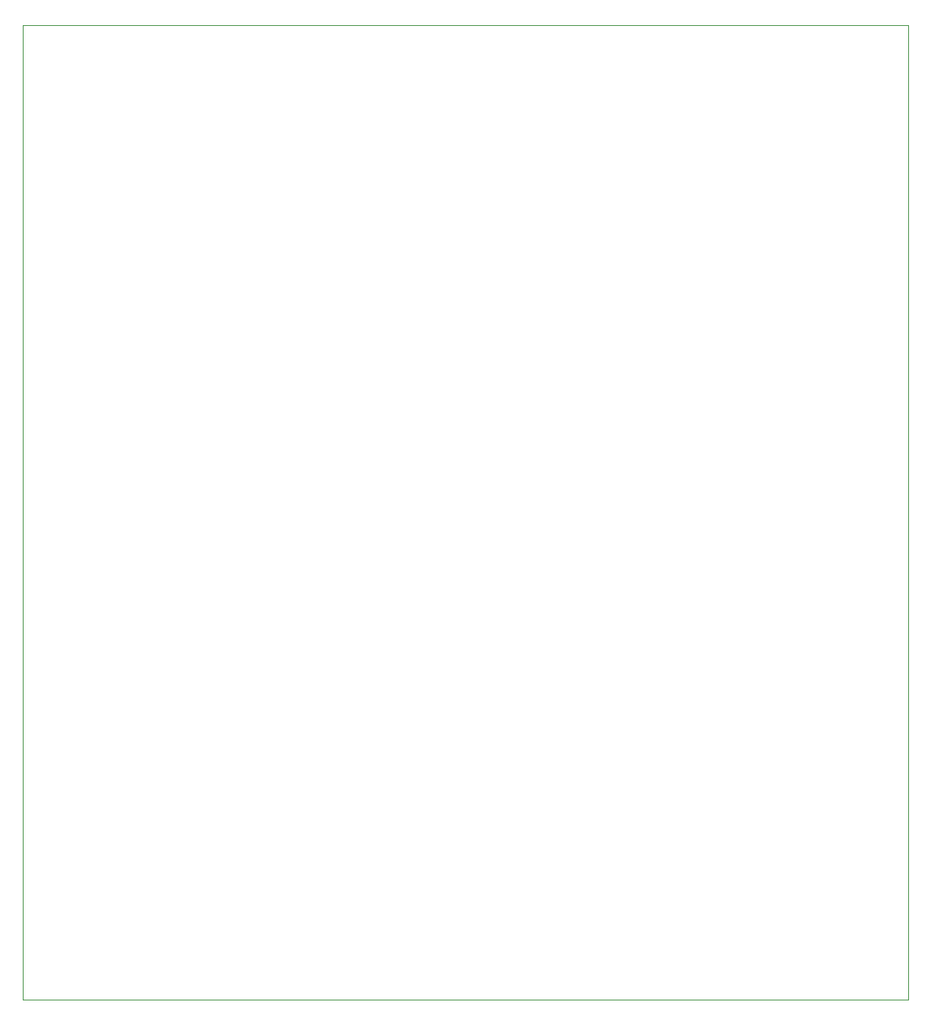
<source format=gbr>
%TF.GenerationSoftware,KiCad,Pcbnew,8.0.1*%
%TF.CreationDate,2024-03-28T21:01:30+03:00*%
%TF.ProjectId,esp32_board,65737033-325f-4626-9f61-72642e6b6963,rev?*%
%TF.SameCoordinates,Original*%
%TF.FileFunction,Profile,NP*%
%FSLAX46Y46*%
G04 Gerber Fmt 4.6, Leading zero omitted, Abs format (unit mm)*
G04 Created by KiCad (PCBNEW 8.0.1) date 2024-03-28 21:01:30*
%MOMM*%
%LPD*%
G01*
G04 APERTURE LIST*
%TA.AperFunction,Profile*%
%ADD10C,0.050000*%
%TD*%
G04 APERTURE END LIST*
D10*
X100000000Y-38000000D02*
X195500000Y-38000000D01*
X195500000Y-143000000D01*
X100000000Y-143000000D01*
X100000000Y-38000000D01*
M02*

</source>
